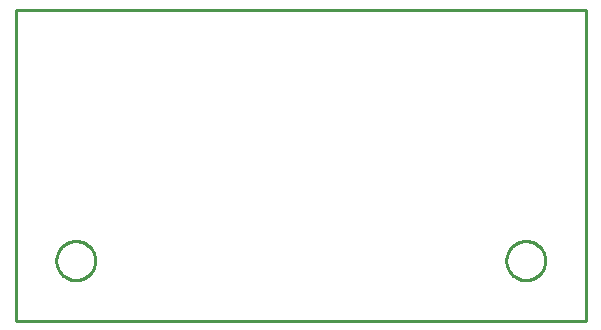
<source format=gbr>
G04 EAGLE Gerber X2 export*
%TF.Part,Single*%
%TF.FileFunction,Profile,NP*%
%TF.FilePolarity,Positive*%
%TF.GenerationSoftware,Autodesk,EAGLE,8.6.3*%
%TF.CreationDate,2018-04-05T19:26:23Z*%
G75*
%MOMM*%
%FSLAX34Y34*%
%LPD*%
%AMOC8*
5,1,8,0,0,1.08239X$1,22.5*%
G01*
%ADD10C,0.254000*%


D10*
X-127000Y419100D02*
X355400Y419100D01*
X355400Y682500D01*
X-127000Y682500D01*
X-127000Y419100D01*
X-59700Y469360D02*
X-59771Y468282D01*
X-59912Y467211D01*
X-60122Y466151D01*
X-60402Y465108D01*
X-60749Y464085D01*
X-61163Y463087D01*
X-61641Y462118D01*
X-62181Y461182D01*
X-62781Y460284D01*
X-63439Y459427D01*
X-64151Y458615D01*
X-64915Y457851D01*
X-65727Y457139D01*
X-66584Y456481D01*
X-67482Y455881D01*
X-68418Y455341D01*
X-69387Y454863D01*
X-70385Y454449D01*
X-71408Y454102D01*
X-72451Y453822D01*
X-73511Y453612D01*
X-74582Y453471D01*
X-75660Y453400D01*
X-76740Y453400D01*
X-77818Y453471D01*
X-78889Y453612D01*
X-79949Y453822D01*
X-80992Y454102D01*
X-82015Y454449D01*
X-83013Y454863D01*
X-83982Y455341D01*
X-84918Y455881D01*
X-85816Y456481D01*
X-86673Y457139D01*
X-87485Y457851D01*
X-88249Y458615D01*
X-88962Y459427D01*
X-89619Y460284D01*
X-90219Y461182D01*
X-90760Y462118D01*
X-91237Y463087D01*
X-91651Y464085D01*
X-91998Y465108D01*
X-92278Y466151D01*
X-92488Y467211D01*
X-92629Y468282D01*
X-92700Y469360D01*
X-92700Y470440D01*
X-92629Y471518D01*
X-92488Y472589D01*
X-92278Y473649D01*
X-91998Y474692D01*
X-91651Y475715D01*
X-91237Y476713D01*
X-90760Y477682D01*
X-90219Y478618D01*
X-89619Y479516D01*
X-88962Y480373D01*
X-88249Y481185D01*
X-87485Y481949D01*
X-86673Y482662D01*
X-85816Y483319D01*
X-84918Y483919D01*
X-83982Y484460D01*
X-83013Y484937D01*
X-82015Y485351D01*
X-80992Y485698D01*
X-79949Y485978D01*
X-78889Y486188D01*
X-77818Y486329D01*
X-76740Y486400D01*
X-75660Y486400D01*
X-74582Y486329D01*
X-73511Y486188D01*
X-72451Y485978D01*
X-71408Y485698D01*
X-70385Y485351D01*
X-69387Y484937D01*
X-68418Y484460D01*
X-67482Y483919D01*
X-66584Y483319D01*
X-65727Y482662D01*
X-64915Y481949D01*
X-64151Y481185D01*
X-63439Y480373D01*
X-62781Y479516D01*
X-62181Y478618D01*
X-61641Y477682D01*
X-61163Y476713D01*
X-60749Y475715D01*
X-60402Y474692D01*
X-60122Y473649D01*
X-59912Y472589D01*
X-59771Y471518D01*
X-59700Y470440D01*
X-59700Y469360D01*
X321300Y469360D02*
X321229Y468282D01*
X321088Y467211D01*
X320878Y466151D01*
X320598Y465108D01*
X320251Y464085D01*
X319837Y463087D01*
X319360Y462118D01*
X318819Y461182D01*
X318219Y460284D01*
X317562Y459427D01*
X316849Y458615D01*
X316085Y457851D01*
X315273Y457139D01*
X314416Y456481D01*
X313518Y455881D01*
X312582Y455341D01*
X311613Y454863D01*
X310615Y454449D01*
X309592Y454102D01*
X308549Y453822D01*
X307489Y453612D01*
X306418Y453471D01*
X305340Y453400D01*
X304260Y453400D01*
X303182Y453471D01*
X302111Y453612D01*
X301051Y453822D01*
X300008Y454102D01*
X298985Y454449D01*
X297987Y454863D01*
X297018Y455341D01*
X296082Y455881D01*
X295184Y456481D01*
X294327Y457139D01*
X293515Y457851D01*
X292751Y458615D01*
X292039Y459427D01*
X291381Y460284D01*
X290781Y461182D01*
X290241Y462118D01*
X289763Y463087D01*
X289349Y464085D01*
X289002Y465108D01*
X288722Y466151D01*
X288512Y467211D01*
X288371Y468282D01*
X288300Y469360D01*
X288300Y470440D01*
X288371Y471518D01*
X288512Y472589D01*
X288722Y473649D01*
X289002Y474692D01*
X289349Y475715D01*
X289763Y476713D01*
X290241Y477682D01*
X290781Y478618D01*
X291381Y479516D01*
X292039Y480373D01*
X292751Y481185D01*
X293515Y481949D01*
X294327Y482662D01*
X295184Y483319D01*
X296082Y483919D01*
X297018Y484460D01*
X297987Y484937D01*
X298985Y485351D01*
X300008Y485698D01*
X301051Y485978D01*
X302111Y486188D01*
X303182Y486329D01*
X304260Y486400D01*
X305340Y486400D01*
X306418Y486329D01*
X307489Y486188D01*
X308549Y485978D01*
X309592Y485698D01*
X310615Y485351D01*
X311613Y484937D01*
X312582Y484460D01*
X313518Y483919D01*
X314416Y483319D01*
X315273Y482662D01*
X316085Y481949D01*
X316849Y481185D01*
X317562Y480373D01*
X318219Y479516D01*
X318819Y478618D01*
X319360Y477682D01*
X319837Y476713D01*
X320251Y475715D01*
X320598Y474692D01*
X320878Y473649D01*
X321088Y472589D01*
X321229Y471518D01*
X321300Y470440D01*
X321300Y469360D01*
M02*

</source>
